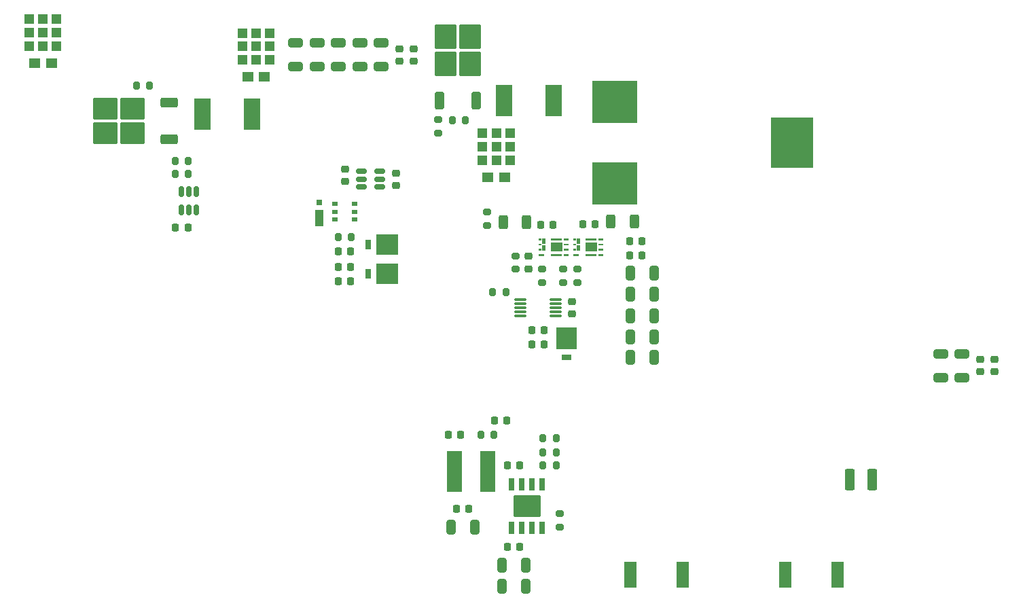
<source format=gtp>
G04 #@! TF.GenerationSoftware,KiCad,Pcbnew,7.0.1*
G04 #@! TF.CreationDate,2024-02-25T13:56:51-08:00*
G04 #@! TF.ProjectId,POWERCORE-V2.0_MOTHERBOARD,504f5745-5243-44f5-9245-2d56322e305f,rev?*
G04 #@! TF.SameCoordinates,PX791ddbePYb90347e*
G04 #@! TF.FileFunction,Paste,Top*
G04 #@! TF.FilePolarity,Positive*
%FSLAX46Y46*%
G04 Gerber Fmt 4.6, Leading zero omitted, Abs format (unit mm)*
G04 Created by KiCad (PCBNEW 7.0.1) date 2024-02-25 13:56:51*
%MOMM*%
%LPD*%
G01*
G04 APERTURE LIST*
G04 Aperture macros list*
%AMRoundRect*
0 Rectangle with rounded corners*
0 $1 Rounding radius*
0 $2 $3 $4 $5 $6 $7 $8 $9 X,Y pos of 4 corners*
0 Add a 4 corners polygon primitive as box body*
4,1,4,$2,$3,$4,$5,$6,$7,$8,$9,$2,$3,0*
0 Add four circle primitives for the rounded corners*
1,1,$1+$1,$2,$3*
1,1,$1+$1,$4,$5*
1,1,$1+$1,$6,$7*
1,1,$1+$1,$8,$9*
0 Add four rect primitives between the rounded corners*
20,1,$1+$1,$2,$3,$4,$5,0*
20,1,$1+$1,$4,$5,$6,$7,0*
20,1,$1+$1,$6,$7,$8,$9,0*
20,1,$1+$1,$8,$9,$2,$3,0*%
G04 Aperture macros list end*
%ADD10R,5.590000X5.330000*%
%ADD11R,5.280000X6.350000*%
%ADD12R,1.900000X5.100000*%
%ADD13RoundRect,0.225000X0.225000X0.250000X-0.225000X0.250000X-0.225000X-0.250000X0.225000X-0.250000X0*%
%ADD14RoundRect,0.225000X0.250000X-0.225000X0.250000X0.225000X-0.250000X0.225000X-0.250000X-0.225000X0*%
%ADD15RoundRect,0.225000X-0.250000X0.225000X-0.250000X-0.225000X0.250000X-0.225000X0.250000X0.225000X0*%
%ADD16RoundRect,0.250000X0.312500X0.625000X-0.312500X0.625000X-0.312500X-0.625000X0.312500X-0.625000X0*%
%ADD17RoundRect,0.250000X-0.325000X-0.650000X0.325000X-0.650000X0.325000X0.650000X-0.325000X0.650000X0*%
%ADD18RoundRect,0.225000X-0.225000X-0.250000X0.225000X-0.250000X0.225000X0.250000X-0.225000X0.250000X0*%
%ADD19RoundRect,0.200000X0.200000X0.275000X-0.200000X0.275000X-0.200000X-0.275000X0.200000X-0.275000X0*%
%ADD20RoundRect,0.200000X-0.275000X0.200000X-0.275000X-0.200000X0.275000X-0.200000X0.275000X0.200000X0*%
%ADD21RoundRect,0.200000X-0.200000X-0.275000X0.200000X-0.275000X0.200000X0.275000X-0.200000X0.275000X0*%
%ADD22RoundRect,0.250000X0.650000X-0.325000X0.650000X0.325000X-0.650000X0.325000X-0.650000X-0.325000X0*%
%ADD23RoundRect,0.200000X0.275000X-0.200000X0.275000X0.200000X-0.275000X0.200000X-0.275000X-0.200000X0*%
%ADD24R,1.250000X1.200000*%
%ADD25R,1.400000X1.270000*%
%ADD26RoundRect,0.150000X-0.512500X-0.150000X0.512500X-0.150000X0.512500X0.150000X-0.512500X0.150000X0*%
%ADD27RoundRect,0.250000X-0.650000X0.325000X-0.650000X-0.325000X0.650000X-0.325000X0.650000X0.325000X0*%
%ADD28R,0.700000X0.620000*%
%ADD29R,2.667000X2.540000*%
%ADD30R,0.762000X1.270000*%
%ADD31RoundRect,0.075000X0.650000X0.075000X-0.650000X0.075000X-0.650000X-0.075000X0.650000X-0.075000X0*%
%ADD32R,2.100000X4.000000*%
%ADD33RoundRect,0.250000X0.325000X0.650000X-0.325000X0.650000X-0.325000X-0.650000X0.325000X-0.650000X0*%
%ADD34RoundRect,0.250000X0.375000X1.075000X-0.375000X1.075000X-0.375000X-1.075000X0.375000X-1.075000X0*%
%ADD35RoundRect,0.250000X0.350000X-0.850000X0.350000X0.850000X-0.350000X0.850000X-0.350000X-0.850000X0*%
%ADD36RoundRect,0.250000X1.125000X-1.275000X1.125000X1.275000X-1.125000X1.275000X-1.125000X-1.275000X0*%
%ADD37R,1.600000X3.200000*%
%ADD38RoundRect,0.050000X1.650000X-1.305000X1.650000X1.305000X-1.650000X1.305000X-1.650000X-1.305000X0*%
%ADD39RoundRect,0.050000X0.250000X-0.725000X0.250000X0.725000X-0.250000X0.725000X-0.250000X-0.725000X0*%
%ADD40RoundRect,0.150000X0.150000X-0.512500X0.150000X0.512500X-0.150000X0.512500X-0.150000X-0.512500X0*%
%ADD41RoundRect,0.250000X0.850000X0.350000X-0.850000X0.350000X-0.850000X-0.350000X0.850000X-0.350000X0*%
%ADD42RoundRect,0.250000X1.275000X1.125000X-1.275000X1.125000X-1.275000X-1.125000X1.275000X-1.125000X0*%
%ADD43R,2.540000X2.667000*%
%ADD44R,1.270000X0.762000*%
%ADD45R,1.100000X2.000000*%
%ADD46R,0.800000X0.800000*%
G04 APERTURE END LIST*
G36*
X85721002Y50216998D02*
G01*
X86321002Y50216998D01*
X86321002Y49976998D01*
X85721002Y49976998D01*
X85721002Y50216998D01*
G37*
G36*
X85521002Y50216998D02*
G01*
X84121002Y50216998D01*
X84121002Y49976998D01*
X85521002Y49976998D01*
X85521002Y50216998D01*
G37*
G36*
X83071002Y50216998D02*
G01*
X83421002Y50216998D01*
X83421002Y49548998D01*
X83071002Y49548998D01*
X83071002Y50216998D01*
G37*
G36*
X82921002Y50216998D02*
G01*
X82621002Y50216998D01*
X82621002Y49976998D01*
X82921002Y49976998D01*
X82921002Y50216998D01*
G37*
G36*
X84121002Y49666998D02*
G01*
X85531002Y49666998D01*
X85531002Y48576998D01*
X84121002Y48576998D01*
X84121002Y49666998D01*
G37*
G36*
X85721002Y49566998D02*
G01*
X86321002Y49566998D01*
X86321002Y49326998D01*
X85721002Y49326998D01*
X85721002Y49566998D01*
G37*
G36*
X82921002Y49566998D02*
G01*
X82621002Y49566998D01*
X82621002Y49326998D01*
X82921002Y49326998D01*
X82921002Y49566998D01*
G37*
G36*
X85721002Y48916998D02*
G01*
X86321002Y48916998D01*
X86321002Y48676998D01*
X85721002Y48676998D01*
X85721002Y48916998D01*
G37*
G36*
X82921002Y48916998D02*
G01*
X82621002Y48916998D01*
X82621002Y48676998D01*
X82921002Y48676998D01*
X82921002Y48916998D01*
G37*
G36*
X83071002Y48677998D02*
G01*
X83421002Y48677998D01*
X83421002Y49345998D01*
X83071002Y49345998D01*
X83071002Y48677998D01*
G37*
G36*
X85721002Y48026998D02*
G01*
X86321002Y48026998D01*
X86321002Y48266998D01*
X85721002Y48266998D01*
X85721002Y48026998D01*
G37*
G36*
X85521002Y48026998D02*
G01*
X84121002Y48026998D01*
X84121002Y48266998D01*
X85521002Y48266998D01*
X85521002Y48026998D01*
G37*
G36*
X83321002Y48026998D02*
G01*
X82621002Y48026998D01*
X82621002Y48266998D01*
X83321002Y48266998D01*
X83321002Y48026998D01*
G37*
G36*
X81403002Y50216998D02*
G01*
X82003002Y50216998D01*
X82003002Y49976998D01*
X81403002Y49976998D01*
X81403002Y50216998D01*
G37*
G36*
X81203002Y50216998D02*
G01*
X79803002Y50216998D01*
X79803002Y49976998D01*
X81203002Y49976998D01*
X81203002Y50216998D01*
G37*
G36*
X78753002Y50216998D02*
G01*
X79103002Y50216998D01*
X79103002Y49548998D01*
X78753002Y49548998D01*
X78753002Y50216998D01*
G37*
G36*
X78603002Y50216998D02*
G01*
X78303002Y50216998D01*
X78303002Y49976998D01*
X78603002Y49976998D01*
X78603002Y50216998D01*
G37*
G36*
X79803002Y49666998D02*
G01*
X81213002Y49666998D01*
X81213002Y48576998D01*
X79803002Y48576998D01*
X79803002Y49666998D01*
G37*
G36*
X81403002Y49566998D02*
G01*
X82003002Y49566998D01*
X82003002Y49326998D01*
X81403002Y49326998D01*
X81403002Y49566998D01*
G37*
G36*
X78603002Y49566998D02*
G01*
X78303002Y49566998D01*
X78303002Y49326998D01*
X78603002Y49326998D01*
X78603002Y49566998D01*
G37*
G36*
X81403002Y48916998D02*
G01*
X82003002Y48916998D01*
X82003002Y48676998D01*
X81403002Y48676998D01*
X81403002Y48916998D01*
G37*
G36*
X78603002Y48916998D02*
G01*
X78303002Y48916998D01*
X78303002Y48676998D01*
X78603002Y48676998D01*
X78603002Y48916998D01*
G37*
G36*
X78753002Y48677998D02*
G01*
X79103002Y48677998D01*
X79103002Y49345998D01*
X78753002Y49345998D01*
X78753002Y48677998D01*
G37*
G36*
X81403002Y48026998D02*
G01*
X82003002Y48026998D01*
X82003002Y48266998D01*
X81403002Y48266998D01*
X81403002Y48026998D01*
G37*
G36*
X81203002Y48026998D02*
G01*
X79803002Y48026998D01*
X79803002Y48266998D01*
X81203002Y48266998D01*
X81203002Y48026998D01*
G37*
G36*
X79003002Y48026998D02*
G01*
X78303002Y48026998D01*
X78303002Y48266998D01*
X79003002Y48266998D01*
X79003002Y48026998D01*
G37*
D10*
X87753002Y67248998D03*
X87753002Y57098998D03*
D11*
X109828002Y62173998D03*
D12*
X71950000Y21176000D03*
X67750000Y21176000D03*
D13*
X54877002Y48584998D03*
X53327002Y48584998D03*
X68593000Y25748000D03*
X67043000Y25748000D03*
D14*
X82423002Y40824998D03*
X82423002Y42374998D03*
X135128002Y33585998D03*
X135128002Y35135998D03*
D15*
X60515502Y58376998D03*
X60515502Y56826998D03*
D16*
X90187502Y52367998D03*
X87262502Y52367998D03*
D17*
X89711002Y45917998D03*
X92661002Y45917998D03*
D18*
X33020002Y51562000D03*
X34570002Y51562000D03*
D19*
X80454002Y21914998D03*
X78804002Y21914998D03*
D15*
X54165502Y58884998D03*
X54165502Y57334998D03*
D20*
X81370002Y46390998D03*
X81370002Y44740998D03*
D21*
X67495002Y64958998D03*
X69145002Y64958998D03*
D22*
X128397002Y32885998D03*
X128397002Y35835998D03*
D23*
X78703002Y44740998D03*
X78703002Y46390998D03*
D24*
X18210002Y74194998D03*
X18210002Y75884998D03*
X18210002Y77544998D03*
X16510002Y74194998D03*
X16510002Y75884998D03*
X16510002Y77544998D03*
X14810002Y74194998D03*
X14810002Y75884998D03*
X14810002Y77544998D03*
D25*
X17550002Y72079998D03*
X15470002Y72079998D03*
D19*
X54927002Y50362998D03*
X53277002Y50362998D03*
D17*
X89711002Y43250998D03*
X92661002Y43250998D03*
X89711002Y40583998D03*
X92661002Y40583998D03*
D26*
X56203002Y58551998D03*
X56203002Y57601998D03*
X56203002Y56651998D03*
X58478002Y56651998D03*
X58478002Y57601998D03*
X58478002Y58551998D03*
D13*
X54877002Y46679998D03*
X53327002Y46679998D03*
D27*
X58674002Y74570998D03*
X58674002Y71620998D03*
D13*
X79007002Y37027998D03*
X77457002Y37027998D03*
D22*
X131064002Y32885998D03*
X131064002Y35835998D03*
D19*
X80454000Y25343998D03*
X78804000Y25343998D03*
D24*
X74701002Y59970998D03*
X74701002Y61660998D03*
X74701002Y63320998D03*
X73001002Y59970998D03*
X73001002Y61660998D03*
X73001002Y63320998D03*
X71301002Y59970998D03*
X71301002Y61660998D03*
X71301002Y63320998D03*
D25*
X74041002Y57855998D03*
X71961002Y57855998D03*
D28*
X55352002Y52587998D03*
X55352002Y53537998D03*
X55352002Y54487998D03*
X52852002Y54487998D03*
X52852002Y53537998D03*
X52852002Y52587998D03*
D15*
X62738002Y73870998D03*
X62738002Y72320998D03*
D13*
X85309002Y51986998D03*
X83759002Y51986998D03*
X79007002Y38805998D03*
X77457002Y38805998D03*
D29*
X59372502Y45790998D03*
D30*
X57023002Y45790998D03*
D31*
X80432002Y40599998D03*
X80432002Y41099998D03*
X80432002Y41599998D03*
X80432002Y42099998D03*
X80432002Y42599998D03*
X76032002Y42599998D03*
X76032002Y42099998D03*
X76032002Y41599998D03*
X76032002Y41099998D03*
X76032002Y40599998D03*
D18*
X68059000Y16477000D03*
X69609000Y16477000D03*
D32*
X80189002Y67380998D03*
X73989002Y67380998D03*
D20*
X65780002Y65021998D03*
X65780002Y63371998D03*
D15*
X60960002Y73870998D03*
X60960002Y72320998D03*
D27*
X56007002Y74570998D03*
X56007002Y71620998D03*
D33*
X76659000Y6858000D03*
X73709000Y6858000D03*
D23*
X80899000Y14231998D03*
X80899000Y15881998D03*
D14*
X133350002Y33585998D03*
X133350002Y35135998D03*
D34*
X119891000Y20193000D03*
X117091000Y20193000D03*
D21*
X28131002Y69285998D03*
X29781002Y69285998D03*
D35*
X65919002Y67371998D03*
D36*
X66674002Y71996998D03*
X69724002Y71996998D03*
X66674002Y75346998D03*
X69724002Y75346998D03*
D35*
X70479002Y67371998D03*
D37*
X109018002Y8325998D03*
X115518002Y8325998D03*
D16*
X76773502Y52267998D03*
X73848502Y52267998D03*
D18*
X89649002Y49854998D03*
X91199002Y49854998D03*
D37*
X96214002Y8325998D03*
X89714002Y8325998D03*
D14*
X77052002Y46441998D03*
X77052002Y47991998D03*
D21*
X32957004Y59887998D03*
X34607004Y59887998D03*
D23*
X83148002Y44740998D03*
X83148002Y46390998D03*
D13*
X75959002Y21914998D03*
X74409002Y21914998D03*
D20*
X71882002Y53473998D03*
X71882002Y51823998D03*
D13*
X74308002Y27502998D03*
X72758002Y27502998D03*
X75959000Y11811000D03*
X74409000Y11811000D03*
D17*
X89711002Y37916998D03*
X92661002Y37916998D03*
D19*
X72707000Y25748000D03*
X71057000Y25748000D03*
D38*
X76835000Y16858000D03*
D39*
X74930000Y14158000D03*
X76200000Y14158000D03*
X77470000Y14158000D03*
X78740000Y14158000D03*
X78740000Y19558000D03*
X77470000Y19558000D03*
X76200000Y19558000D03*
X74930000Y19558000D03*
D27*
X53340002Y74570998D03*
X53340002Y71620998D03*
D19*
X34607004Y58236998D03*
X32957004Y58236998D03*
X74189002Y43502998D03*
X72539002Y43502998D03*
D18*
X89649002Y48076998D03*
X91199002Y48076998D03*
D27*
X50673002Y74570998D03*
X50673002Y71620998D03*
D24*
X44753002Y72445998D03*
X44753002Y74135998D03*
X44753002Y75795998D03*
X43053002Y72445998D03*
X43053002Y74135998D03*
X43053002Y75795998D03*
X41353002Y72445998D03*
X41353002Y74135998D03*
X41353002Y75795998D03*
D25*
X44093002Y70330998D03*
X42013002Y70330998D03*
D13*
X80102002Y51915998D03*
X78552002Y51915998D03*
D32*
X36397003Y65729997D03*
X42597003Y65729997D03*
D40*
X33721002Y53797498D03*
X34671002Y53797498D03*
X35621002Y53797498D03*
X35621002Y56072498D03*
X34671002Y56072498D03*
X33721002Y56072498D03*
D17*
X67359000Y14191000D03*
X70309000Y14191000D03*
D41*
X32258002Y62554998D03*
D42*
X27633002Y63309998D03*
X27633002Y66359998D03*
X24283002Y63309998D03*
X24283002Y66359998D03*
D41*
X32258002Y67114998D03*
D29*
X59372502Y49473998D03*
D30*
X57023002Y49473998D03*
D43*
X81788002Y37726498D03*
D44*
X81788002Y35376998D03*
D21*
X78804000Y23565998D03*
X80454000Y23565998D03*
D13*
X54877002Y44901998D03*
X53327002Y44901998D03*
D45*
X50927002Y52784998D03*
D46*
X50927002Y54684998D03*
D33*
X76659000Y9525000D03*
X73709000Y9525000D03*
D23*
X75401002Y46391998D03*
X75401002Y48041998D03*
D17*
X89711002Y35376998D03*
X92661002Y35376998D03*
D27*
X48006002Y74570998D03*
X48006002Y71620998D03*
M02*

</source>
